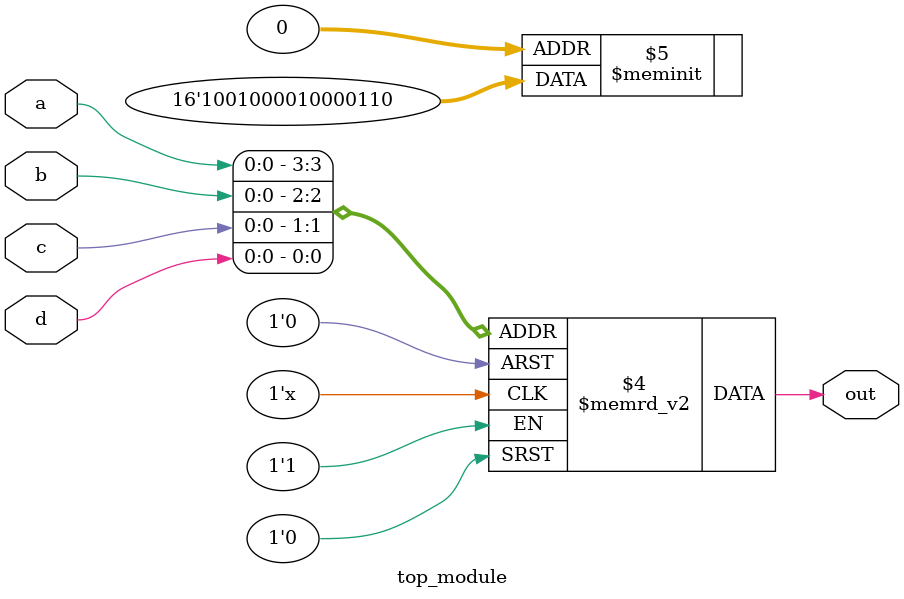
<source format=sv>
module top_module (
    input a, 
    input b,
    input c,
    input d,
    output reg out
);

always @(*) begin
    case ({a, b, c, d})
        4'b0000: out = 0;
        4'b0001: out = 1;
        4'b0011: out = 0;
        4'b0010: out = 1;
        4'b0111: out = 1;
        4'b0110: out = 0;
        4'b1100: out = 1;
        4'b1101: out = 0;
        4'b1111: out = 1;
        4'b1110: out = 0;
        default: out = 0;
    endcase
end

endmodule

</source>
